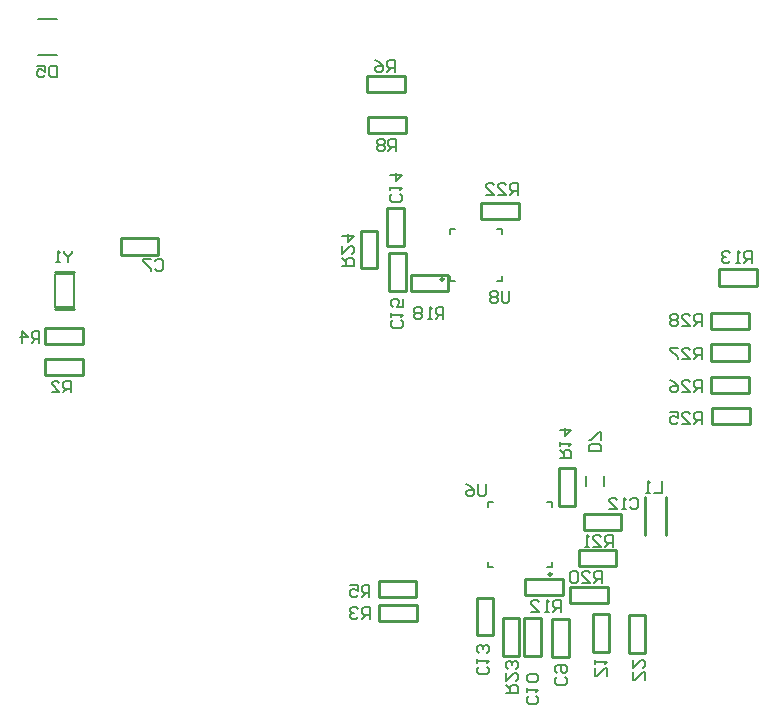
<source format=gbo>
%FSLAX42Y42*%
%MOMM*%
G71*
G01*
G75*
G04 Layer_Color=32896*
%ADD10R,1.30X1.50*%
%ADD11R,1.00X1.10*%
%ADD12R,1.10X1.00*%
%ADD13O,2.20X0.60*%
%ADD14R,1.50X1.30*%
%ADD15R,1.40X3.00*%
%ADD16R,3.00X1.40*%
%ADD17O,1.00X3.20*%
%ADD18R,1.00X3.20*%
%ADD19R,2.00X1.10*%
%ADD20R,6.00X2.00*%
%ADD21R,2.00X6.00*%
%ADD22R,0.80X2.00*%
%ADD23R,1.75X3.50*%
%ADD24R,1.75X1.10*%
%ADD25R,1.75X1.10*%
%ADD26R,2.30X2.30*%
%ADD27R,0.90X0.95*%
%ADD28R,0.90X0.95*%
%ADD29R,0.65X1.10*%
%ADD30R,0.55X1.45*%
%ADD31R,0.55X1.45*%
%ADD32R,1.00X1.00*%
%ADD33R,3.30X1.40*%
%ADD34C,1.00*%
%ADD35R,1.20X0.23*%
%ADD36C,0.40*%
%ADD37C,0.45*%
%ADD38C,0.25*%
%ADD39C,0.60*%
%ADD40C,0.25*%
%ADD41C,0.30*%
%ADD42C,1.52*%
%ADD43C,3.22*%
%ADD44C,1.68*%
%ADD45C,1.50*%
%ADD46R,1.50X1.50*%
%ADD47R,1.50X1.50*%
%ADD48C,1.85*%
%ADD49R,1.85X1.85*%
G04:AMPARAMS|DCode=50|XSize=1.25mm|YSize=2mm|CornerRadius=0.31mm|HoleSize=0mm|Usage=FLASHONLY|Rotation=270.000|XOffset=0mm|YOffset=0mm|HoleType=Round|Shape=RoundedRectangle|*
%AMROUNDEDRECTD50*
21,1,1.25,1.38,0,0,270.0*
21,1,0.63,2.00,0,0,270.0*
1,1,0.63,-0.69,-0.31*
1,1,0.63,-0.69,0.31*
1,1,0.63,0.69,0.31*
1,1,0.63,0.69,-0.31*
%
%ADD50ROUNDEDRECTD50*%
G04:AMPARAMS|DCode=51|XSize=1.25mm|YSize=1.8mm|CornerRadius=0.31mm|HoleSize=0mm|Usage=FLASHONLY|Rotation=270.000|XOffset=0mm|YOffset=0mm|HoleType=Round|Shape=RoundedRectangle|*
%AMROUNDEDRECTD51*
21,1,1.25,1.18,0,0,270.0*
21,1,0.63,1.80,0,0,270.0*
1,1,0.63,-0.59,-0.31*
1,1,0.63,-0.59,0.31*
1,1,0.63,0.59,0.31*
1,1,0.63,0.59,-0.31*
%
%ADD51ROUNDEDRECTD51*%
%ADD52C,0.70*%
%ADD53C,0.66*%
%ADD54O,0.85X0.30*%
%ADD55O,0.30X0.85*%
%ADD56R,2.80X2.80*%
%ADD57O,0.25X0.75*%
%ADD58O,0.75X0.25*%
%ADD59R,3.80X3.80*%
%ADD60R,1.70X1.10*%
%ADD61R,1.40X3.30*%
%ADD62R,2.00X0.70*%
%ADD63C,0.50*%
%ADD64C,0.10*%
%ADD65C,0.20*%
%ADD66C,0.10*%
%ADD67C,0.80*%
%ADD68C,0.13*%
%ADD69C,0.20*%
%ADD70R,0.70X0.60*%
%ADD71R,0.60X0.70*%
%ADD72R,1.50X1.70*%
%ADD73R,1.20X1.30*%
%ADD74R,1.30X1.20*%
%ADD75O,2.40X0.80*%
%ADD76R,1.70X1.50*%
%ADD77R,1.60X3.20*%
%ADD78R,3.20X1.60*%
%ADD79O,1.20X3.40*%
%ADD80R,1.20X3.40*%
%ADD81R,2.20X1.30*%
%ADD82R,6.20X2.20*%
%ADD83R,2.20X6.20*%
%ADD84R,1.00X2.20*%
%ADD85R,1.95X3.70*%
%ADD86R,1.95X1.30*%
%ADD87R,1.95X1.30*%
%ADD88R,2.50X2.50*%
%ADD89R,1.10X1.15*%
%ADD90R,1.10X1.15*%
%ADD91R,0.85X1.30*%
%ADD92R,0.75X1.65*%
%ADD93R,0.75X1.65*%
%ADD94R,1.20X1.20*%
%ADD95R,3.50X1.60*%
%ADD96C,1.20*%
%ADD97R,1.40X0.43*%
%ADD98C,1.73*%
%ADD99C,3.42*%
%ADD100C,1.88*%
%ADD101C,1.70*%
%ADD102R,1.70X1.70*%
%ADD103R,1.70X1.70*%
%ADD104C,2.05*%
%ADD105R,2.05X2.05*%
G04:AMPARAMS|DCode=106|XSize=1.45mm|YSize=2.2mm|CornerRadius=0.41mm|HoleSize=0mm|Usage=FLASHONLY|Rotation=270.000|XOffset=0mm|YOffset=0mm|HoleType=Round|Shape=RoundedRectangle|*
%AMROUNDEDRECTD106*
21,1,1.45,1.38,0,0,270.0*
21,1,0.63,2.20,0,0,270.0*
1,1,0.83,-0.69,-0.31*
1,1,0.83,-0.69,0.31*
1,1,0.83,0.69,0.31*
1,1,0.83,0.69,-0.31*
%
%ADD106ROUNDEDRECTD106*%
G04:AMPARAMS|DCode=107|XSize=1.45mm|YSize=2mm|CornerRadius=0.41mm|HoleSize=0mm|Usage=FLASHONLY|Rotation=270.000|XOffset=0mm|YOffset=0mm|HoleType=Round|Shape=RoundedRectangle|*
%AMROUNDEDRECTD107*
21,1,1.45,1.18,0,0,270.0*
21,1,0.63,2.00,0,0,270.0*
1,1,0.83,-0.59,-0.31*
1,1,0.83,-0.59,0.31*
1,1,0.83,0.59,0.31*
1,1,0.83,0.59,-0.31*
%
%ADD107ROUNDEDRECTD107*%
%ADD108O,1.05X0.50*%
%ADD109O,0.50X1.05*%
%ADD110R,3.00X3.00*%
%ADD111O,0.45X0.95*%
%ADD112O,0.95X0.45*%
%ADD113R,4.00X4.00*%
%ADD114R,1.90X1.30*%
%ADD115R,1.60X3.50*%
%ADD116R,2.20X0.90*%
%ADD117C,0.22*%
D38*
X740Y1149D02*
Y1286D01*
X420D02*
X740D01*
X420Y1149D02*
Y1286D01*
Y1149D02*
X740D01*
X743Y884D02*
Y1021D01*
X423D02*
X743D01*
X423Y884D02*
Y1021D01*
Y884D02*
X743D01*
X740Y609D02*
Y746D01*
X420D02*
X740D01*
X420Y609D02*
Y746D01*
Y609D02*
X740D01*
X748Y344D02*
Y481D01*
X428D02*
X748D01*
X428Y344D02*
Y481D01*
Y344D02*
X748D01*
X-1805Y1476D02*
Y1613D01*
X-2125D02*
X-1805D01*
X-2125Y1476D02*
Y1613D01*
Y1476D02*
X-1805D01*
X-1566Y-1122D02*
X-1429D01*
X-1566Y-1442D02*
Y-1122D01*
Y-1442D02*
X-1429D01*
Y-1122D01*
X-660Y-551D02*
Y-414D01*
Y-551D02*
X-340D01*
Y-414D01*
X-660D02*
X-340D01*
X-276Y-1593D02*
X-139D01*
Y-1273D01*
X-276D02*
X-139D01*
X-276Y-1593D02*
Y-1273D01*
X-584Y-1583D02*
X-447D01*
Y-1263D01*
X-584D02*
X-447D01*
X-584Y-1583D02*
Y-1263D01*
X-1346Y-1615D02*
X-1209D01*
Y-1295D01*
X-1346D02*
X-1209D01*
X-1346Y-1615D02*
Y-1295D01*
X-382Y-856D02*
Y-719D01*
X-702D02*
X-382D01*
X-702Y-856D02*
Y-719D01*
Y-856D02*
X-382D01*
X-455Y-1166D02*
Y-1029D01*
X-775D02*
X-455D01*
X-775Y-1166D02*
Y-1029D01*
Y-1166D02*
X-455D01*
X41Y-591D02*
Y-273D01*
X-137Y-591D02*
Y-273D01*
X810Y1519D02*
Y1656D01*
X490D02*
X810D01*
X490Y1519D02*
Y1656D01*
Y1519D02*
X810D01*
X-1161Y-1618D02*
X-1024D01*
Y-1298D01*
X-1161D02*
X-1024D01*
X-1161Y-1618D02*
Y-1298D01*
X-924Y-1625D02*
X-787D01*
Y-1305D01*
X-924D02*
X-787D01*
X-924Y-1625D02*
Y-1305D01*
X-1153Y-1101D02*
Y-964D01*
Y-1101D02*
X-833D01*
Y-964D01*
X-1153D02*
X-833D01*
X-1528Y2084D02*
Y2221D01*
Y2084D02*
X-1208D01*
Y2221D01*
X-1528D02*
X-1208D01*
X-2548Y1985D02*
X-2411D01*
X-2548Y1665D02*
Y1985D01*
Y1665D02*
X-2411D01*
Y1985D01*
X-2304Y1477D02*
X-2167D01*
Y1797D01*
X-2304D02*
X-2167D01*
X-2304Y1477D02*
Y1797D01*
X-2321Y2173D02*
X-2184D01*
X-2321Y1853D02*
Y2173D01*
Y1853D02*
X-2184D01*
Y2173D01*
X-2167Y2814D02*
Y2951D01*
X-2487D02*
X-2167D01*
X-2487Y2814D02*
Y2951D01*
Y2814D02*
X-2167D01*
X-2393Y-1318D02*
Y-1181D01*
Y-1318D02*
X-2073D01*
Y-1181D01*
X-2393D02*
X-2073D01*
X-2395Y-1121D02*
Y-984D01*
Y-1121D02*
X-2075D01*
Y-984D01*
X-2395D02*
X-2075D01*
X-4580Y1782D02*
Y1919D01*
Y1782D02*
X-4260D01*
Y1919D01*
X-4580D02*
X-4260D01*
X-4902Y764D02*
Y901D01*
X-5222D02*
X-4902D01*
X-5222Y764D02*
Y901D01*
Y764D02*
X-4902D01*
X-4897Y1021D02*
Y1158D01*
X-5217D02*
X-4897D01*
X-5217Y1021D02*
Y1158D01*
Y1021D02*
X-4897D01*
X-2172Y3159D02*
Y3296D01*
X-2492D02*
X-2172D01*
X-2492Y3159D02*
Y3296D01*
Y3159D02*
X-2172D01*
X-866Y-343D02*
X-729D01*
Y-23D01*
X-866D02*
X-729D01*
X-866Y-343D02*
Y-23D01*
D40*
X-1845Y1573D02*
G03*
X-1845Y1573I-12J0D01*
G01*
X-930Y-925D02*
G03*
X-930Y-925I-12J0D01*
G01*
D65*
X-1348Y1557D02*
Y1600D01*
X-1390Y1557D02*
X-1348D01*
X-1390Y2002D02*
X-1348D01*
Y1960D02*
Y2002D01*
X-1792Y1960D02*
Y2002D01*
X-1750D01*
X-1792Y1557D02*
Y1600D01*
Y1557D02*
X-1750D01*
X-928Y-358D02*
Y-315D01*
X-970D02*
X-928D01*
X-1473Y-315D02*
X-1430D01*
X-1473Y-358D02*
Y-315D01*
X-1473Y-860D02*
Y-818D01*
Y-860D02*
X-1430D01*
X-928Y-860D02*
Y-818D01*
X-970Y-860D02*
X-928D01*
X-490Y-175D02*
Y-95D01*
X-640Y-175D02*
Y-95D01*
X-5278Y3780D02*
X-5117D01*
X-5278Y3470D02*
X-5117D01*
X-4289Y1728D02*
X-4272Y1745D01*
X-4239D01*
X-4222Y1728D01*
Y1662D01*
X-4239Y1645D01*
X-4272D01*
X-4289Y1662D01*
X-4322Y1745D02*
X-4389D01*
Y1728D01*
X-4322Y1662D01*
Y1645D01*
X-819Y-1796D02*
X-803Y-1813D01*
Y-1846D01*
X-819Y-1862D01*
X-886D01*
X-902Y-1846D01*
Y-1813D01*
X-886Y-1796D01*
Y-1763D02*
X-902Y-1746D01*
Y-1713D01*
X-886Y-1696D01*
X-819D01*
X-803Y-1713D01*
Y-1746D01*
X-819Y-1763D01*
X-836D01*
X-853Y-1746D01*
Y-1696D01*
X-1059Y-1953D02*
X-1043Y-1970D01*
Y-2003D01*
X-1059Y-2020D01*
X-1126D01*
X-1143Y-2003D01*
Y-1970D01*
X-1126Y-1953D01*
X-1143Y-1920D02*
Y-1887D01*
Y-1903D01*
X-1043D01*
X-1059Y-1920D01*
Y-1837D02*
X-1043Y-1820D01*
Y-1787D01*
X-1059Y-1770D01*
X-1126D01*
X-1143Y-1787D01*
Y-1820D01*
X-1126Y-1837D01*
X-1059D01*
X-264Y-292D02*
X-247Y-275D01*
X-214D01*
X-198Y-292D01*
Y-358D01*
X-214Y-375D01*
X-247D01*
X-264Y-358D01*
X-297Y-375D02*
X-331D01*
X-314D01*
Y-275D01*
X-297Y-292D01*
X-447Y-375D02*
X-381D01*
X-447Y-308D01*
Y-292D01*
X-431Y-275D01*
X-397D01*
X-381Y-292D01*
X-1477Y-1706D02*
X-1460Y-1723D01*
Y-1756D01*
X-1477Y-1773D01*
X-1543D01*
X-1560Y-1756D01*
Y-1723D01*
X-1543Y-1706D01*
X-1560Y-1673D02*
Y-1639D01*
Y-1656D01*
X-1460D01*
X-1477Y-1673D01*
Y-1589D02*
X-1460Y-1573D01*
Y-1539D01*
X-1477Y-1523D01*
X-1493D01*
X-1510Y-1539D01*
Y-1556D01*
Y-1539D01*
X-1527Y-1523D01*
X-1543D01*
X-1560Y-1539D01*
Y-1573D01*
X-1543Y-1589D01*
X-2214Y2292D02*
X-2198Y2275D01*
Y2242D01*
X-2214Y2225D01*
X-2281D01*
X-2298Y2242D01*
Y2275D01*
X-2281Y2292D01*
X-2298Y2325D02*
Y2358D01*
Y2342D01*
X-2198D01*
X-2214Y2325D01*
X-2298Y2458D02*
X-2198D01*
X-2248Y2408D01*
Y2475D01*
X-2204Y1224D02*
X-2188Y1207D01*
Y1174D01*
X-2204Y1157D01*
X-2271D01*
X-2288Y1174D01*
Y1207D01*
X-2271Y1224D01*
X-2288Y1257D02*
Y1291D01*
Y1274D01*
X-2188D01*
X-2204Y1257D01*
X-2188Y1407D02*
Y1341D01*
X-2238D01*
X-2221Y1374D01*
Y1391D01*
X-2238Y1407D01*
X-2271D01*
X-2288Y1391D01*
Y1357D01*
X-2271Y1341D01*
X-515Y115D02*
X-615D01*
Y165D01*
X-598Y182D01*
X-532D01*
X-515Y165D01*
Y115D01*
Y215D02*
Y282D01*
X-532D01*
X-598Y215D01*
X-615D01*
X5Y-135D02*
Y-235D01*
X-62D01*
X-95D02*
X-128D01*
X-112D01*
Y-135D01*
X-95Y-152D01*
X-4997Y615D02*
Y715D01*
X-5047D01*
X-5064Y698D01*
Y665D01*
X-5047Y648D01*
X-4997D01*
X-5031D02*
X-5064Y615D01*
X-5164D02*
X-5097D01*
X-5164Y682D01*
Y698D01*
X-5147Y715D01*
X-5114D01*
X-5097Y698D01*
X-2467Y-1300D02*
Y-1200D01*
X-2517D01*
X-2534Y-1217D01*
Y-1250D01*
X-2517Y-1267D01*
X-2467D01*
X-2501D02*
X-2534Y-1300D01*
X-2567Y-1217D02*
X-2584Y-1200D01*
X-2617D01*
X-2634Y-1217D01*
Y-1233D01*
X-2617Y-1250D01*
X-2601D01*
X-2617D01*
X-2634Y-1267D01*
Y-1283D01*
X-2617Y-1300D01*
X-2584D01*
X-2567Y-1283D01*
X-5267Y1032D02*
Y1132D01*
X-5317D01*
X-5334Y1116D01*
Y1082D01*
X-5317Y1066D01*
X-5267D01*
X-5301D02*
X-5334Y1032D01*
X-5417D02*
Y1132D01*
X-5367Y1082D01*
X-5434D01*
X-2473Y-1118D02*
Y-1018D01*
X-2522D01*
X-2539Y-1034D01*
Y-1068D01*
X-2522Y-1084D01*
X-2473D01*
X-2506D02*
X-2539Y-1118D01*
X-2639Y-1018D02*
X-2572D01*
Y-1068D01*
X-2606Y-1051D01*
X-2622D01*
X-2639Y-1068D01*
Y-1101D01*
X-2622Y-1118D01*
X-2589D01*
X-2572Y-1101D01*
X-2258Y3330D02*
Y3430D01*
X-2307D01*
X-2324Y3413D01*
Y3380D01*
X-2307Y3363D01*
X-2258D01*
X-2291D02*
X-2324Y3330D01*
X-2424Y3430D02*
X-2391Y3413D01*
X-2357Y3380D01*
Y3347D01*
X-2374Y3330D01*
X-2407D01*
X-2424Y3347D01*
Y3363D01*
X-2407Y3380D01*
X-2357D01*
X-2245Y2662D02*
Y2762D01*
X-2295D01*
X-2312Y2746D01*
Y2712D01*
X-2295Y2696D01*
X-2245D01*
X-2278D02*
X-2312Y2662D01*
X-2345Y2746D02*
X-2362Y2762D01*
X-2395D01*
X-2412Y2746D01*
Y2729D01*
X-2395Y2712D01*
X-2412Y2696D01*
Y2679D01*
X-2395Y2662D01*
X-2362D01*
X-2345Y2679D01*
Y2696D01*
X-2362Y2712D01*
X-2345Y2729D01*
Y2746D01*
X-2362Y2712D02*
X-2395D01*
X-852Y-1240D02*
Y-1140D01*
X-902D01*
X-919Y-1157D01*
Y-1190D01*
X-902Y-1207D01*
X-852D01*
X-886D02*
X-919Y-1240D01*
X-952D02*
X-986D01*
X-969D01*
Y-1140D01*
X-952Y-1157D01*
X-1102Y-1240D02*
X-1036D01*
X-1102Y-1173D01*
Y-1157D01*
X-1086Y-1140D01*
X-1052D01*
X-1036Y-1157D01*
X762Y1712D02*
Y1812D01*
X713D01*
X696Y1796D01*
Y1762D01*
X713Y1746D01*
X762D01*
X729D02*
X696Y1712D01*
X663D02*
X629D01*
X646D01*
Y1812D01*
X663Y1796D01*
X579D02*
X563Y1812D01*
X529D01*
X513Y1796D01*
Y1779D01*
X529Y1762D01*
X546D01*
X529D01*
X513Y1746D01*
Y1729D01*
X529Y1712D01*
X563D01*
X579Y1729D01*
X-862Y60D02*
X-763D01*
Y110D01*
X-779Y127D01*
X-813D01*
X-829Y110D01*
Y60D01*
Y93D02*
X-862Y127D01*
Y160D02*
Y193D01*
Y177D01*
X-763D01*
X-779Y160D01*
X-862Y293D02*
X-763D01*
X-813Y243D01*
Y310D01*
X-1846Y1234D02*
Y1334D01*
X-1896D01*
X-1913Y1317D01*
Y1284D01*
X-1896Y1267D01*
X-1846D01*
X-1880D02*
X-1913Y1234D01*
X-1946D02*
X-1980D01*
X-1963D01*
Y1334D01*
X-1946Y1317D01*
X-2030D02*
X-2046Y1334D01*
X-2080D01*
X-2096Y1317D01*
Y1300D01*
X-2080Y1284D01*
X-2096Y1267D01*
Y1250D01*
X-2080Y1234D01*
X-2046D01*
X-2030Y1250D01*
Y1267D01*
X-2046Y1284D01*
X-2030Y1300D01*
Y1317D01*
X-2046Y1284D02*
X-2080D01*
X-507Y-1000D02*
Y-900D01*
X-557D01*
X-574Y-917D01*
Y-950D01*
X-557Y-967D01*
X-507D01*
X-541D02*
X-574Y-1000D01*
X-674D02*
X-607D01*
X-674Y-933D01*
Y-917D01*
X-657Y-900D01*
X-624D01*
X-607Y-917D01*
X-707D02*
X-724Y-900D01*
X-757D01*
X-774Y-917D01*
Y-983D01*
X-757Y-1000D01*
X-724D01*
X-707Y-983D01*
Y-917D01*
X-412Y-690D02*
Y-590D01*
X-462D01*
X-479Y-607D01*
Y-640D01*
X-462Y-657D01*
X-412D01*
X-446D02*
X-479Y-690D01*
X-579D02*
X-512D01*
X-579Y-623D01*
Y-607D01*
X-562Y-590D01*
X-529D01*
X-512Y-607D01*
X-612Y-690D02*
X-646D01*
X-629D01*
Y-590D01*
X-612Y-607D01*
X-1218Y2288D02*
Y2387D01*
X-1267D01*
X-1284Y2371D01*
Y2337D01*
X-1267Y2321D01*
X-1218D01*
X-1251D02*
X-1284Y2288D01*
X-1384D02*
X-1317D01*
X-1384Y2354D01*
Y2371D01*
X-1367Y2387D01*
X-1334D01*
X-1317Y2371D01*
X-1484Y2288D02*
X-1417D01*
X-1484Y2354D01*
Y2371D01*
X-1467Y2387D01*
X-1434D01*
X-1417Y2371D01*
X-1315Y-1927D02*
X-1215D01*
Y-1878D01*
X-1232Y-1861D01*
X-1265D01*
X-1282Y-1878D01*
Y-1927D01*
Y-1894D02*
X-1315Y-1861D01*
Y-1761D02*
Y-1828D01*
X-1248Y-1761D01*
X-1232D01*
X-1215Y-1778D01*
Y-1811D01*
X-1232Y-1828D01*
Y-1728D02*
X-1215Y-1711D01*
Y-1678D01*
X-1232Y-1661D01*
X-1248D01*
X-1265Y-1678D01*
Y-1694D01*
Y-1678D01*
X-1282Y-1661D01*
X-1298D01*
X-1315Y-1678D01*
Y-1711D01*
X-1298Y-1728D01*
X-2702Y1688D02*
X-2603D01*
Y1737D01*
X-2619Y1754D01*
X-2653D01*
X-2669Y1737D01*
Y1688D01*
Y1721D02*
X-2702Y1754D01*
Y1854D02*
Y1787D01*
X-2636Y1854D01*
X-2619D01*
X-2603Y1837D01*
Y1804D01*
X-2619Y1787D01*
X-2702Y1937D02*
X-2603D01*
X-2653Y1887D01*
Y1954D01*
X340Y350D02*
Y450D01*
X290D01*
X273Y433D01*
Y400D01*
X290Y383D01*
X340D01*
X307D02*
X273Y350D01*
X173D02*
X240D01*
X173Y417D01*
Y433D01*
X190Y450D01*
X223D01*
X240Y433D01*
X73Y450D02*
X140D01*
Y400D01*
X107Y417D01*
X90D01*
X73Y400D01*
Y367D01*
X90Y350D01*
X123D01*
X140Y367D01*
X340Y620D02*
Y720D01*
X290D01*
X273Y703D01*
Y670D01*
X290Y653D01*
X340D01*
X307D02*
X273Y620D01*
X173D02*
X240D01*
X173Y687D01*
Y703D01*
X190Y720D01*
X223D01*
X240Y703D01*
X73Y720D02*
X107Y703D01*
X140Y670D01*
Y637D01*
X123Y620D01*
X90D01*
X73Y637D01*
Y653D01*
X90Y670D01*
X140D01*
X340Y895D02*
Y995D01*
X290D01*
X273Y978D01*
Y945D01*
X290Y928D01*
X340D01*
X307D02*
X273Y895D01*
X173D02*
X240D01*
X173Y962D01*
Y978D01*
X190Y995D01*
X223D01*
X240Y978D01*
X140Y995D02*
X73D01*
Y978D01*
X140Y912D01*
Y895D01*
X340Y1175D02*
Y1275D01*
X290D01*
X273Y1258D01*
Y1225D01*
X290Y1208D01*
X340D01*
X307D02*
X273Y1175D01*
X173D02*
X240D01*
X173Y1242D01*
Y1258D01*
X190Y1275D01*
X223D01*
X240Y1258D01*
X140D02*
X123Y1275D01*
X90D01*
X73Y1258D01*
Y1242D01*
X90Y1225D01*
X73Y1208D01*
Y1192D01*
X90Y1175D01*
X123D01*
X140Y1192D01*
Y1208D01*
X123Y1225D01*
X140Y1242D01*
Y1258D01*
X123Y1225D02*
X90D01*
X-1485Y-163D02*
Y-246D01*
X-1502Y-262D01*
X-1535D01*
X-1552Y-246D01*
Y-163D01*
X-1652D02*
X-1618Y-179D01*
X-1585Y-213D01*
Y-246D01*
X-1602Y-262D01*
X-1635D01*
X-1652Y-246D01*
Y-229D01*
X-1635Y-213D01*
X-1585D01*
X-1288Y1470D02*
Y1387D01*
X-1304Y1370D01*
X-1337D01*
X-1354Y1387D01*
Y1470D01*
X-1387Y1453D02*
X-1404Y1470D01*
X-1437D01*
X-1454Y1453D01*
Y1437D01*
X-1437Y1420D01*
X-1454Y1403D01*
Y1387D01*
X-1437Y1370D01*
X-1404D01*
X-1387Y1387D01*
Y1403D01*
X-1404Y1420D01*
X-1387Y1437D01*
Y1453D01*
X-1404Y1420D02*
X-1437D01*
X-4995Y1815D02*
Y1798D01*
X-5028Y1765D01*
X-5062Y1798D01*
Y1815D01*
X-5028Y1765D02*
Y1715D01*
X-5095D02*
X-5128D01*
X-5112D01*
Y1815D01*
X-5095Y1798D01*
X-463Y-1785D02*
Y-1718D01*
X-479D01*
X-546Y-1785D01*
X-562D01*
Y-1718D01*
Y-1685D02*
Y-1652D01*
Y-1668D01*
X-463D01*
X-479Y-1685D01*
X-143Y-1820D02*
Y-1753D01*
X-159D01*
X-226Y-1820D01*
X-242D01*
Y-1753D01*
Y-1653D02*
Y-1720D01*
X-176Y-1653D01*
X-159D01*
X-143Y-1670D01*
Y-1703D01*
X-159Y-1720D01*
X-5117Y3382D02*
Y3283D01*
X-5167D01*
X-5184Y3299D01*
Y3366D01*
X-5167Y3382D01*
X-5117D01*
X-5284D02*
X-5217D01*
Y3332D01*
X-5251Y3349D01*
X-5267D01*
X-5284Y3332D01*
Y3299D01*
X-5267Y3283D01*
X-5234D01*
X-5217Y3299D01*
D68*
X-4977Y1337D02*
Y1618D01*
X-5138D02*
X-4977D01*
X-5138Y1337D02*
Y1618D01*
Y1337D02*
X-4977D01*
D117*
X-5138Y1318D02*
X-4977D01*
X-5138Y1637D02*
X-4977D01*
M02*

</source>
